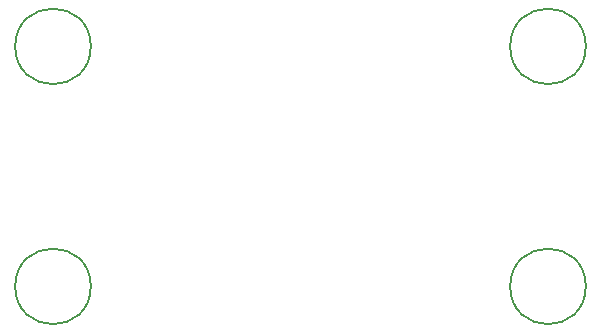
<source format=gbr>
G04 #@! TF.GenerationSoftware,KiCad,Pcbnew,6.0.9-8da3e8f707~116~ubuntu20.04.1*
G04 #@! TF.CreationDate,2023-03-26T17:34:06+00:00*
G04 #@! TF.ProjectId,LEC011102,4c454330-3131-4313-9032-2e6b69636164,rev?*
G04 #@! TF.SameCoordinates,Original*
G04 #@! TF.FileFunction,Other,Comment*
%FSLAX46Y46*%
G04 Gerber Fmt 4.6, Leading zero omitted, Abs format (unit mm)*
G04 Created by KiCad (PCBNEW 6.0.9-8da3e8f707~116~ubuntu20.04.1) date 2023-03-26 17:34:06*
%MOMM*%
%LPD*%
G01*
G04 APERTURE LIST*
%ADD10C,0.150000*%
G04 APERTURE END LIST*
D10*
G04 #@! TO.C,H1*
X87020000Y-53340000D02*
G75*
G03*
X87020000Y-53340000I-3200000J0D01*
G01*
G04 #@! TO.C,H2*
X128930000Y-33020000D02*
G75*
G03*
X128930000Y-33020000I-3200000J0D01*
G01*
G04 #@! TO.C,H3*
X87020000Y-33020000D02*
G75*
G03*
X87020000Y-33020000I-3200000J0D01*
G01*
G04 #@! TO.C,H4*
X128930000Y-53340000D02*
G75*
G03*
X128930000Y-53340000I-3200000J0D01*
G01*
G04 #@! TD*
M02*

</source>
